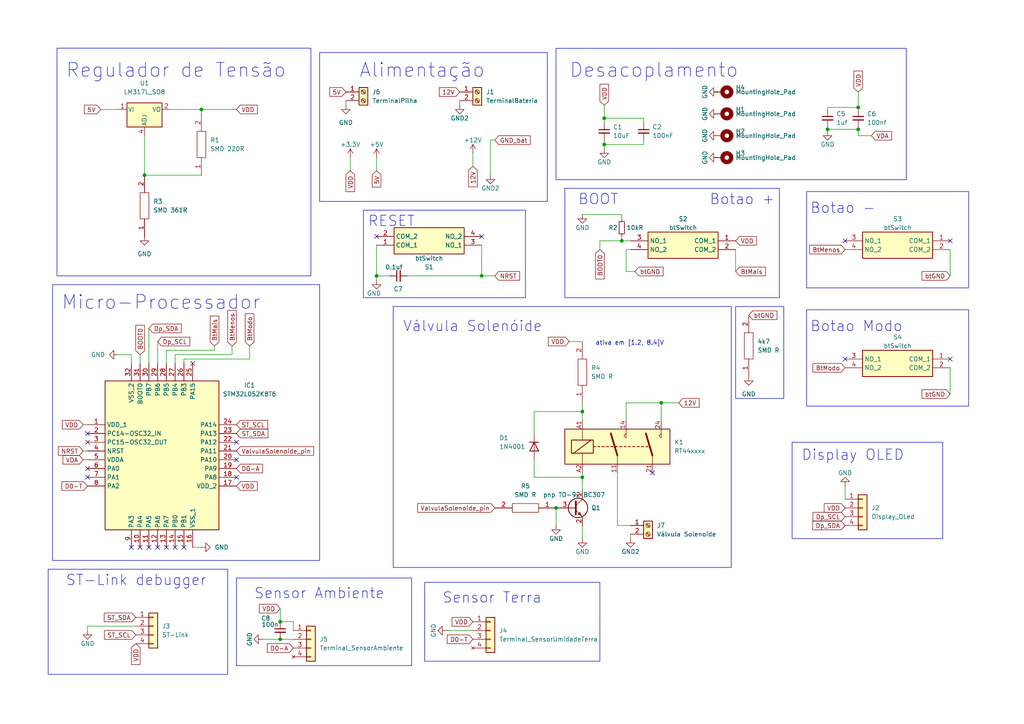
<source format=kicad_sch>
(kicad_sch (version 20230121) (generator eeschema)
  (paper "A4")
  (title_block (title "Irrigação Automatizada") (date "2023-06-26") (rev "V1.1"))
  (lib_symbols
    (symbol "+12V_1" (power) (pin_names (offset 0))
      (property "Value" "+12V_1" (at 0 3.556 0))
      (symbol "+12V_1_0_1"
        (polyline (pts (xy -0.762 1.27) (xy 0 2.54)))
        (polyline (pts (xy 0 0) (xy 0 2.54)))
        (polyline (pts (xy 0 2.54) (xy 0.762 1.27)))
      )
      (symbol "+12V_1_1_1"
        (pin power_in line (at 0 0 90) (length 0) hide (name "+12V") (number "1"))
      )
    )
    (symbol "+3.3V_2" (power) (pin_names (offset 0))
      (property "Value" "+3.3V_2" (at 0 3.556 0))
      (symbol "+3.3V_2_0_1"
        (polyline (pts (xy -0.762 1.27) (xy 0 2.54)))
        (polyline (pts (xy 0 0) (xy 0 2.54)))
        (polyline (pts (xy 0 2.54) (xy 0.762 1.27)))
      )
      (symbol "+3.3V_2_1_1"
        (pin power_in line (at 0 0 90) (length 0) hide (name "+3.3V") (number "1"))
      )
    )
    (symbol "+5V_1" (power) (pin_names (offset 0))
      (property "Value" "+5V_1" (at 0 3.556 0))
      (symbol "+5V_1_0_1"
        (polyline (pts (xy -0.762 1.27) (xy 0 2.54)))
        (polyline (pts (xy 0 0) (xy 0 2.54)))
        (polyline (pts (xy 0 2.54) (xy 0.762 1.27)))
      )
      (symbol "+5V_1_1_1"
        (pin power_in line (at 0 0 90) (length 0) hide (name "+5V") (number "1"))
      )
    )
    (symbol "CR0603-JW-221ELF:CR0603-JW-221ELF" (pin_names (offset 0.762))
      (property "Reference" "R" (at 13.97 6.35 0))
      (property "Value" "CR0603-JW-221ELF" (at 13.97 3.81 0))
      (symbol "CR0603-JW-221ELF_0_0"
        (pin passive line (at 0 0 0) (length 5.08) (name "~") (number "1"))
        (pin passive line (at 17.78 0 180) (length 5.08) (name "~") (number "2"))
      )
      (symbol "CR0603-JW-221ELF_0_1"
        (polyline (pts (xy 5.08 1.27) (xy 12.7 1.27) (xy 12.7 -1.27) (xy 5.08 -1.27) (xy 5.08 1.27)) (stroke (width 0.1524)))
      )
    )
    (symbol "Conn_01x04_1" (pin_names (offset 1.016) hide)
      (property "Reference" "J3" (at 2.54 0 0))
      (property "Value" "Display_OLed" (at 2.54 -2.54 0))
      (symbol "Conn_01x04_1_1_1"
        (rectangle (start -1.27 -4.953) (end 0 -5.207) (stroke (width 0.1524)))
        (rectangle (start -1.27 -2.413) (end 0 -2.667) (stroke (width 0.1524)))
        (rectangle (start -1.27 0.127) (end 0 -0.127) (stroke (width 0.1524)))
        (rectangle (start -1.27 2.667) (end 0 2.413) (stroke (width 0.1524)))
        (rectangle (start -1.27 3.81) (end 1.27 -6.35) (stroke (width 0.254)) (fill (type background)))
        (pin passive line (at -5.08 2.54 0) (length 3.81) (name "GND") (number "1"))
        (pin power_in line (at -5.08 0 0) (length 3.81) (name "VCC") (number "2"))
        (pin output line (at -5.08 -2.54 0) (length 3.81) (name "SCL") (number "3"))
        (pin bidirectional line (at -5.08 -5.08 0) (length 3.81) (name "SDA") (number "4"))
      )
    )
    (symbol "Conn_01x04_2" (pin_names (offset 1.016) hide)
      (property "Reference" "J2" (at 2.54 0 0))
      (property "Value" "Terminal_SensorUmidadeTerra" (at 2.54 -2.54 0))
      (symbol "Conn_01x04_2_1_1"
        (rectangle (start -1.27 -4.953) (end 0 -5.207) (stroke (width 0.1524)))
        (rectangle (start -1.27 -2.413) (end 0 -2.667) (stroke (width 0.1524)))
        (rectangle (start -1.27 0.127) (end 0 -0.127) (stroke (width 0.1524)))
        (rectangle (start -1.27 2.667) (end 0 2.413) (stroke (width 0.1524)))
        (rectangle (start -1.27 3.81) (end 1.27 -6.35) (stroke (width 0.254)) (fill (type background)))
        (pin power_in line (at -5.08 2.54 0) (length 3.81) (name "VCC") (number "1"))
        (pin passive line (at -5.08 0 0) (length 3.81) (name "GND") (number "2"))
        (pin input line (at -5.08 -2.54 0) (length 3.81) (name "D0") (number "3"))
        (pin no_connect line (at -5.08 -5.08 0) (length 3.81) (name "A0") (number "4"))
      )
    )
    (symbol "Connector:Screw_Terminal_01x02" (pin_names (offset 1.016) hide)
      (property "Reference" "J" (at 0 2.54 0))
      (property "Value" "Screw_Terminal_01x02" (at 0 -5.08 0))
      (symbol "Screw_Terminal_01x02_1_1"
        (rectangle (start -1.27 1.27) (end 1.27 -3.81) (stroke (width 0.254)) (fill (type background)))
        (circle (center 0 -2.54) (radius 0.635) (stroke (width 0.1524)))
        (polyline (pts (xy -0.5334 -2.2098) (xy 0.3302 -3.048)) (stroke (width 0.1524)))
        (polyline (pts (xy -0.5334 0.3302) (xy 0.3302 -0.508)) (stroke (width 0.1524)))
        (polyline (pts (xy -0.3556 -2.032) (xy 0.508 -2.8702)) (stroke (width 0.1524)))
        (polyline (pts (xy -0.3556 0.508) (xy 0.508 -0.3302)) (stroke (width 0.1524)))
        (circle (center 0 0) (radius 0.635) (stroke (width 0.1524)))
        (pin passive line (at -5.08 0 0) (length 3.81) (name "Pin_1") (number "1"))
        (pin passive line (at -5.08 -2.54 0) (length 3.81) (name "Pin_2") (number "2"))
      )
    )
    (symbol "ConnectorSensores:Conn_01x04" (pin_names (offset 1.016) hide)
      (property "Reference" "J4" (at 2.54 0 0))
      (property "Value" "Terminal_SensorAmbiente" (at 2.54 -2.54 0))
      (symbol "Conn_01x04_1_1"
        (rectangle (start -1.27 -4.953) (end 0 -5.207) (stroke (width 0.1524)))
        (rectangle (start -1.27 -2.413) (end 0 -2.667) (stroke (width 0.1524)))
        (rectangle (start -1.27 0.127) (end 0 -0.127) (stroke (width 0.1524)))
        (rectangle (start -1.27 2.667) (end 0 2.413) (stroke (width 0.1524)))
        (rectangle (start -1.27 3.81) (end 1.27 -6.35) (stroke (width 0.254)) (fill (type background)))
        (pin power_in line (at -5.08 2.54 0) (length 3.81) (name "VCC") (number "1"))
        (pin passive line (at -5.08 0 0) (length 3.81) (name "GND") (number "2"))
        (pin input line (at -5.08 -2.54 0) (length 3.81) (name "D0") (number "3"))
        (pin no_connect line (at -5.08 -5.08 0) (length 3.81) (name "A0") (number "4"))
      )
    )
    (symbol "Connector_Generic:Conn_01x04" (pin_names (offset 1.016) hide)
      (property "Reference" "J5" (at 2.54 0 0))
      (property "Value" "ST-Link" (at 2.54 -2.54 0))
      (symbol "Conn_01x04_1_1"
        (rectangle (start -1.27 -4.953) (end 0 -5.207) (stroke (width 0.1524)))
        (rectangle (start -1.27 -2.413) (end 0 -2.667) (stroke (width 0.1524)))
        (rectangle (start -1.27 0.127) (end 0 -0.127) (stroke (width 0.1524)))
        (rectangle (start -1.27 2.667) (end 0 2.413) (stroke (width 0.1524)))
        (rectangle (start -1.27 3.81) (end 1.27 -6.35) (stroke (width 0.254)) (fill (type background)))
        (pin bidirectional line (at -5.08 2.54 0) (length 3.81) (name "SWDIO") (number "1"))
        (pin passive line (at -5.08 0 0) (length 3.81) (name "GND") (number "2"))
        (pin output line (at -5.08 -2.54 0) (length 3.81) (name "SWCLK") (number "3"))
        (pin power_in line (at -5.08 -5.08 0) (length 3.81) (name "VCC") (number "4"))
      )
    )
    (symbol "Device:C_Small" (pin_numbers hide) (pin_names (offset 0.254) hide)
      (property "Reference" "C" (at 0.254 1.778 0))
      (property "Value" "C_Small" (at 0.254 -2.032 0))
      (symbol "C_Small_0_1"
        (polyline (pts (xy -1.524 -0.508) (xy 1.524 -0.508)) (stroke (width 0.3302)))
        (polyline (pts (xy -1.524 0.508) (xy 1.524 0.508)) (stroke (width 0.3048)))
      )
      (symbol "C_Small_1_1"
        (pin passive line (at 0 2.54 270) (length 2.032) (name "~") (number "1"))
        (pin passive line (at 0 -2.54 90) (length 2.032) (name "~") (number "2"))
      )
    )
    (symbol "Device:R_Small" (pin_numbers hide) (pin_names (offset 0.254) hide)
      (property "Reference" "R" (at 0.762 0.508 0))
      (property "Value" "R_Small" (at 0.762 -1.016 0))
      (symbol "R_Small_0_1"
        (rectangle (start -0.762 1.778) (end 0.762 -1.778) (stroke (width 0.2032)))
      )
      (symbol "R_Small_1_1"
        (pin passive line (at 0 2.54 270) (length 0.762) (name "~") (number "1"))
        (pin passive line (at 0 -2.54 90) (length 0.762) (name "~") (number "2"))
      )
    )
    (symbol "Diode:1N4001" (pin_numbers hide) (pin_names hide)
      (property "Reference" "D" (at 0 2.54 0))
      (property "Value" "1N4001" (at 0 -2.54 0))
      (symbol "1N4001_0_1"
        (polyline (pts (xy -1.27 1.27) (xy -1.27 -1.27)) (stroke (width 0.254)))
        (polyline (pts (xy 1.27 0) (xy -1.27 0)))
        (polyline (pts (xy 1.27 1.27) (xy 1.27 -1.27) (xy -1.27 0) (xy 1.27 1.27)) (stroke (width 0.254)))
      )
      (symbol "1N4001_1_1"
        (pin passive line (at -3.81 0 0) (length 2.54) (name "K") (number "1"))
        (pin passive line (at 3.81 0 180) (length 2.54) (name "A") (number "2"))
      )
    )
    (symbol "GND_1" (power) (pin_names (offset 0))
      (property "Value" "GND_1" (at 0 -3.81 0))
      (symbol "GND_1_0_1"
        (polyline (pts (xy 0 0) (xy 0 -1.27) (xy 1.27 -1.27) (xy 0 -2.54) (xy -1.27 -1.27) (xy 0 -1.27)))
      )
      (symbol "GND_1_1_1"
        (pin power_in line (at 0 0 270) (length 0) hide (name "GND") (number "1"))
      )
    )
    (symbol "GND_2" (power) (pin_names (offset 0))
      (property "Value" "GND_2" (at 0 -3.81 0))
      (symbol "GND_2_0_1"
        (polyline (pts (xy 0 0) (xy 0 -1.27) (xy 1.27 -1.27) (xy 0 -2.54) (xy -1.27 -1.27) (xy 0 -1.27)))
      )
      (symbol "GND_2_1_1"
        (pin power_in line (at 0 0 270) (length 0) hide (name "GND") (number "1"))
      )
    )
    (symbol "Mechanical:MountingHole_Pad" (pin_numbers hide) (pin_names (offset 1.016) hide)
      (property "Reference" "H" (at 0 6.35 0))
      (property "Value" "MountingHole_Pad" (at 0 4.445 0))
      (symbol "MountingHole_Pad_0_1"
        (circle (center 0 1.27) (radius 1.27) (stroke (width 1.27)))
      )
      (symbol "MountingHole_Pad_1_1"
        (pin input line (at 0 -2.54 90) (length 2.54) (name "1") (number "1"))
      )
    )
    (symbol "Regulator_Linear:LM317L_SO8" (pin_names (offset 0.254))
      (property "Reference" "U" (at -3.81 3.175 0))
      (property "Value" "LM317L_SO8" (at 0 3.175 0))
      (symbol "LM317L_SO8_0_1"
        (rectangle (start -5.08 1.905) (end 5.08 -5.08) (stroke (width 0.254)) (fill (type background)))
      )
      (symbol "LM317L_SO8_1_1"
        (pin power_in line (at -7.62 0 0) (length 2.54) (name "VI") (number "1"))
        (pin power_out line (at 7.62 0 180) (length 2.54) (name "VO") (number "2"))
        (pin passive line (at 7.62 0 180) (length 2.54) hide (name "VO") (number "3"))
        (pin input line (at 0 -7.62 90) (length 2.54) (name "ADJ") (number "4"))
        (pin no_connect line (at -7.62 -2.54 0) (length 2.54) hide (name "NC") (number "5"))
        (pin passive line (at 7.62 0 180) (length 2.54) hide (name "VO") (number "6"))
        (pin passive line (at 7.62 0 180) (length 2.54) hide (name "VO") (number "7"))
        (pin no_connect line (at 7.62 -2.54 180) (length 2.54) hide (name "NC") (number "8"))
      )
    )
    (symbol "Relay:RT44xxxx"
      (property "Reference" "K" (at 16.51 3.81 0))
      (property "Value" "RT44xxxx" (at 16.51 1.27 0))
      (symbol "RT44xxxx_0_1"
        (rectangle (start -15.24 5.08) (end 15.24 -5.08) (stroke (width 0.254)) (fill (type background)))
        (rectangle (start -13.335 1.905) (end -6.985 -1.905) (stroke (width 0.254)))
        (polyline (pts (xy -12.7 -1.905) (xy -7.62 1.905)) (stroke (width 0.254)))
        (polyline (pts (xy -10.16 -5.08) (xy -10.16 -1.905)))
        (polyline (pts (xy -10.16 5.08) (xy -10.16 1.905)))
        (polyline (pts (xy -6.985 0) (xy -6.35 0)) (stroke (width 0.254)))
        (polyline (pts (xy -5.715 0) (xy -5.08 0)) (stroke (width 0.254)))
        (polyline (pts (xy -4.445 0) (xy -3.81 0)) (stroke (width 0.254)))
        (polyline (pts (xy -3.175 0) (xy -2.54 0)) (stroke (width 0.254)))
        (polyline (pts (xy -1.905 0) (xy -1.27 0)) (stroke (width 0.254)))
        (polyline (pts (xy -0.635 0) (xy 0 0)) (stroke (width 0.254)))
        (polyline (pts (xy 0 -2.54) (xy -1.905 3.81)) (stroke (width 0.508)))
        (polyline (pts (xy 0 -2.54) (xy 0 -5.08)))
        (polyline (pts (xy 0.635 0) (xy 1.27 0)) (stroke (width 0.254)))
        (polyline (pts (xy 1.905 0) (xy 2.54 0)) (stroke (width 0.254)))
        (polyline (pts (xy 3.175 0) (xy 3.81 0)) (stroke (width 0.254)))
        (polyline (pts (xy 4.445 0) (xy 5.08 0)) (stroke (width 0.254)))
        (polyline (pts (xy 5.715 0) (xy 6.35 0)) (stroke (width 0.254)))
        (polyline (pts (xy 6.985 0) (xy 7.62 0)) (stroke (width 0.254)))
        (polyline (pts (xy 8.255 0) (xy 8.89 0)) (stroke (width 0.254)))
        (polyline (pts (xy 10.16 -2.54) (xy 8.255 3.81)) (stroke (width 0.508)))
        (polyline (pts (xy 10.16 -2.54) (xy 10.16 -5.08)))
        (polyline (pts (xy 2.54 5.08) (xy 2.54 2.54) (xy 1.905 3.175) (xy 2.54 3.81)))
        (polyline (pts (xy 12.7 5.08) (xy 12.7 2.54) (xy 12.065 3.175) (xy 12.7 3.81)))
      )
      (symbol "RT44xxxx_1_1"
        (pin passive line (at 0 -7.62 90) (length 2.54) (name "~") (number "11"))
        (pin passive line (at 2.54 7.62 270) (length 2.54) (name "~") (number "14"))
        (pin passive line (at 10.16 -7.62 90) (length 2.54) (name "~") (number "21"))
        (pin passive line (at 12.7 7.62 270) (length 2.54) (name "~") (number "24"))
        (pin passive line (at -10.16 7.62 270) (length 2.54) (name "~") (number "A1"))
        (pin passive line (at -10.16 -7.62 90) (length 2.54) (name "~") (number "A2"))
      )
    )
    (symbol "STM32L052K8T6:STM32L052K8T6"
      (property "Reference" "IC" (at 39.37 17.78 0))
      (property "Value" "STM32L052K8T6" (at 39.37 15.24 0))
      (symbol "STM32L052K8T6_1_1"
        (rectangle (start 5.08 12.7) (end 38.1 -30.48) (stroke (width 0.254)) (fill (type background)))
        (pin power_in line (at 0 0 0) (length 5.08) (name "VDD_1") (number "1"))
        (pin bidirectional line (at 15.24 -35.56 90) (length 5.08) (name "PA4") (number "10"))
        (pin bidirectional line (at 17.78 -35.56 90) (length 5.08) (name "PA5") (number "11"))
        (pin bidirectional line (at 20.32 -35.56 90) (length 5.08) (name "PA6") (number "12"))
        (pin bidirectional line (at 22.86 -35.56 90) (length 5.08) (name "PA7") (number "13"))
        (pin bidirectional line (at 25.4 -35.56 90) (length 5.08) (name "PB0") (number "14"))
        (pin bidirectional line (at 27.94 -35.56 90) (length 5.08) (name "PB1") (number "15"))
        (pin power_in line (at 30.48 -35.56 90) (length 5.08) (name "VSS_1") (number "16"))
        (pin power_in line (at 43.18 -17.78 180) (length 5.08) (name "VDD_2") (number "17"))
        (pin bidirectional line (at 43.18 -15.24 180) (length 5.08) (name "PA8") (number "18"))
        (pin bidirectional line (at 43.18 -12.7 180) (length 5.08) (name "PA9") (number "19"))
        (pin bidirectional line (at 0 -2.54 0) (length 5.08) (name "PC14-OSC32_IN") (number "2"))
        (pin bidirectional line (at 43.18 -10.16 180) (length 5.08) (name "PA10") (number "20"))
        (pin bidirectional line (at 43.18 -7.62 180) (length 5.08) (name "PA11") (number "21"))
        (pin bidirectional line (at 43.18 -5.08 180) (length 5.08) (name "PA12") (number "22"))
        (pin bidirectional line (at 43.18 -2.54 180) (length 5.08) (name "PA13") (number "23"))
        (pin bidirectional line (at 43.18 0 180) (length 5.08) (name "PA14") (number "24"))
        (pin bidirectional line (at 30.48 17.78 270) (length 5.08) (name "PA15") (number "25"))
        (pin bidirectional line (at 27.94 17.78 270) (length 5.08) (name "PB3") (number "26"))
        (pin bidirectional line (at 25.4 17.78 270) (length 5.08) (name "PB4") (number "27"))
        (pin bidirectional line (at 22.86 17.78 270) (length 5.08) (name "PB5") (number "28"))
        (pin bidirectional line (at 20.32 17.78 270) (length 5.08) (name "PB6") (number "29"))
        (pin bidirectional line (at 0 -5.08 0) (length 5.08) (name "PC15-OSC32_OUT") (number "3"))
        (pin bidirectional line (at 17.78 17.78 270) (length 5.08) (name "PB7") (number "30"))
        (pin input line (at 15.24 17.78 270) (length 5.08) (name "BOOT0") (number "31"))
        (pin power_in line (at 12.7 17.78 270) (length 5.08) (name "VSS_2") (number "32"))
        (pin bidirectional line (at 0 -7.62 0) (length 5.08) (name "NRST") (number "4"))
        (pin power_in line (at 0 -10.16 0) (length 5.08) (name "VDDA") (number "5"))
        (pin bidirectional line (at 0 -12.7 0) (length 5.08) (name "PA0") (number "6"))
        (pin bidirectional line (at 0 -15.24 0) (length 5.08) (name "PA1") (number "7"))
        (pin bidirectional line (at 0 -17.78 0) (length 5.08) (name "PA2") (number "8"))
        (pin bidirectional line (at 12.7 -35.56 90) (length 5.08) (name "PA3") (number "9"))
      )
    )
    (symbol "Transistor_BJT:BC240" (pin_names (offset 0) hide)
      (property "Reference" "Q" (at 5.08 1.905 0))
      (property "Value" "BC240" (at 5.08 0 0))
      (symbol "BC240_0_1"
        (polyline (pts (xy 0 0) (xy 0.635 0)))
        (polyline (pts (xy 0.635 0.635) (xy 2.54 2.54)))
        (polyline (pts (xy 0.635 -0.635) (xy 2.54 -2.54) (xy 2.54 -2.54)))
        (polyline (pts (xy 0.635 1.905) (xy 0.635 -1.905) (xy 0.635 -1.905)) (stroke (width 0.508)))
        (polyline (pts (xy 1.27 -1.778) (xy 1.778 -1.27) (xy 2.286 -2.286) (xy 1.27 -1.778) (xy 1.27 -1.778)) (fill (type outline)))
        (circle (center 1.27 0) (radius 2.8194) (stroke (width 0.254)))
      )
      (symbol "BC240_1_1"
        (pin passive line (at 2.54 5.08 270) (length 2.54) (name "C") (number "1"))
        (pin passive line (at 2.54 -5.08 90) (length 2.54) (name "E") (number "2"))
        (pin input line (at -5.08 0 0) (length 5.08) (name "B") (number "3"))
      )
    )
    (symbol "botao:3-1437565-0"
      (property "Reference" "S" (at 26.67 7.62 0))
      (property "Value" "3-1437565-0" (at 26.67 5.08 0))
      (symbol "3-1437565-0_1_1"
        (rectangle (start 5.08 2.54) (end 25.4 -5.08) (stroke (width 0.254)) (fill (type background)))
        (pin passive line (at 0 0 0) (length 5.08) (name "COM_1") (number "1"))
        (pin passive line (at 0 -2.54 0) (length 5.08) (name "COM_2") (number "2"))
        (pin passive line (at 30.48 0 180) (length 5.08) (name "NO_1") (number "3"))
        (pin passive line (at 30.48 -2.54 180) (length 5.08) (name "NO_2") (number "4"))
      )
    )
    (symbol "power:GND" (power) (pin_names (offset 0))
      (property "Value" "GND" (at 0 -3.81 0))
      (symbol "GND_0_1"
        (polyline (pts (xy 0 0) (xy 0 -1.27) (xy 1.27 -1.27) (xy 0 -2.54) (xy -1.27 -1.27) (xy 0 -1.27)))
      )
      (symbol "GND_1_1"
        (pin power_in line (at 0 0 270) (length 0) hide (name "GND") (number "1"))
      )
    )
    (symbol "power:GND2" (power) (pin_names (offset 0))
      (property "Value" "GND2" (at 0 -3.81 0))
      (symbol "GND2_0_1"
        (polyline (pts (xy 0 0) (xy 0 -1.27) (xy 1.27 -1.27) (xy 0 -2.54) (xy -1.27 -1.27) (xy 0 -1.27)))
      )
      (symbol "GND2_1_1"
        (pin power_in line (at 0 0 270) (length 0) hide (name "GND2") (number "1"))
      )
    )
  )
  (junction (at 248.92 37.5138))
  (junction (at 139.7 80.01))
  (junction (at 81.28 185.42))
  (junction (at 175.26 41.91))
  (junction (at 161.29 147.32))
  (junction (at 191.77 116.84))
  (junction (at 81.28 180.34))
  (junction (at 240.03 37.5138))
  (junction (at 175.26 34.29))
  (junction (at 109.22 80.01))
  (junction (at 168.91 138.43))
  (junction (at 41.91 50.8))
  (junction (at 168.91 119.38))
  (junction (at 180.34 69.85))
  (junction (at 248.92 31.1638))
  (junction (at 58.42 31.75))
  (no_connect (at 139.7 68.58))
  (no_connect (at 275.59 69.85))
  (no_connect (at 38.1 158.75))
  (no_connect (at 245.11 104.14))
  (no_connect (at 245.11 69.85))
  (no_connect (at 109.22 68.58))
  (no_connect (at 189.23 137.16))
  (no_connect (at 43.18 158.75))
  (no_connect (at 68.58 128.27))
  (no_connect (at 68.58 133.35))
  (no_connect (at 25.4 135.89))
  (no_connect (at 48.26 158.75))
  (no_connect (at 25.4 128.27))
  (no_connect (at 45.72 158.75))
  (no_connect (at 68.58 138.43))
  (no_connect (at 53.34 158.75))
  (no_connect (at 275.59 104.14))
  (no_connect (at 50.8 158.75))
  (no_connect (at 25.4 138.43))
  (no_connect (at 55.88 105.41))
  (no_connect (at 40.64 158.75))
  (no_connect (at 25.4 125.73))
  (wire (pts (xy 240.03 31.75) (xy 240.03 31.1638)))
  (wire (pts (xy 81.28 180.34) (xy 85.09 180.34)))
  (wire (pts (xy 109.22 80.01) (xy 113.03 80.01)))
  (wire (pts (xy 182.88 152.4) (xy 179.07 152.4)))
  (wire (pts (xy 43.18 95.25) (xy 43.18 105.41)))
  (wire (pts (xy 49.53 31.75) (xy 58.42 31.75)))
  (wire (pts (xy 50.8 102.87) (xy 67.31 102.87)))
  (wire (pts (xy 58.42 31.75) (xy 68.58 31.75)))
  (wire (pts (xy 168.91 119.38) (xy 168.91 116.84)))
  (wire (pts (xy 248.92 26.67) (xy 248.92 31.1638)))
  (wire (pts (xy 275.59 72.39) (xy 275.59 80.01)))
  (wire (pts (xy 179.07 152.4) (xy 179.07 137.16)))
  (wire (pts (xy 40.64 105.41) (xy 40.64 102.87)))
  (wire (pts (xy 180.34 62.23) (xy 168.91 62.23)))
  (wire (pts (xy 118.11 80.01) (xy 139.7 80.01)))
  (wire (pts (xy 41.91 39.37) (xy 41.91 50.8)))
  (wire (pts (xy 72.39 100.33) (xy 72.39 104.14)))
  (wire (pts (xy 161.29 147.32) (xy 161.29 152.4)))
  (wire (pts (xy 154.94 125.73) (xy 154.94 119.38)))
  (wire (pts (xy 248.92 31.75) (xy 248.92 31.1638)))
  (wire (pts (xy 168.91 121.92) (xy 168.91 119.38)))
  (wire (pts (xy 175.26 34.29) (xy 175.26 35.56)))
  (wire (pts (xy 208.28 39.37) (xy 207.01 39.37)))
  (wire (pts (xy 25.4 181.61) (xy 39.37 181.61)))
  (wire (pts (xy 181.61 116.84) (xy 181.61 121.92)))
  (wire (pts (xy 48.26 101.6) (xy 62.23 101.6)))
  (wire (pts (xy 154.94 133.35) (xy 154.94 138.43)))
  (wire (pts (xy 182.88 72.39) (xy 181.61 72.39)))
  (wire (pts (xy 41.91 50.8) (xy 58.42 50.8)))
  (wire (pts (xy 173.99 69.85) (xy 180.34 69.85)))
  (wire (pts (xy 245.11 144.78) (xy 245.11 140.97)))
  (wire (pts (xy 34.29 102.87) (xy 38.1 102.87)))
  (wire (pts (xy 191.77 116.84) (xy 196.85 116.84)))
  (wire (pts (xy 175.26 43.18) (xy 175.26 41.91)))
  (wire (pts (xy 50.8 105.41) (xy 50.8 102.87)))
  (wire (pts (xy 173.99 69.85) (xy 173.99 72.39)))
  (wire (pts (xy 25.4 182.88) (xy 25.4 181.61)))
  (wire (pts (xy 252.73 39.37) (xy 248.92 39.37)))
  (wire (pts (xy 182.88 156.21) (xy 182.88 154.94)))
  (wire (pts (xy 181.61 78.74) (xy 184.15 78.74)))
  (wire (pts (xy 100.33 30.48) (xy 100.33 29.21)))
  (wire (pts (xy 154.94 119.38) (xy 168.91 119.38)))
  (wire (pts (xy 175.26 30.48) (xy 175.26 34.29)))
  (wire (pts (xy 154.94 138.43) (xy 168.91 138.43)))
  (wire (pts (xy 213.36 72.39) (xy 213.36 78.74)))
  (wire (pts (xy 180.34 69.85) (xy 180.34 68.58)))
  (wire (pts (xy 29.21 31.75) (xy 34.29 31.75)))
  (wire (pts (xy 175.26 34.29) (xy 186.69 34.29)))
  (wire (pts (xy 67.31 100.33) (xy 67.31 102.87)))
  (wire (pts (xy 168.91 138.43) (xy 168.91 142.24)))
  (wire (pts (xy 24.13 123.19) (xy 25.4 123.19)))
  (wire (pts (xy 81.28 176.53) (xy 81.28 180.34)))
  (wire (pts (xy 143.51 80.01) (xy 139.7 80.01)))
  (wire (pts (xy 129.54 182.88) (xy 137.16 182.88)))
  (wire (pts (xy 53.34 105.41) (xy 53.34 104.14)))
  (wire (pts (xy 168.91 152.4) (xy 168.91 156.21)))
  (wire (pts (xy 240.03 37.5138) (xy 240.03 36.83)))
  (wire (pts (xy 139.7 80.01) (xy 139.7 71.12)))
  (wire (pts (xy 38.1 102.87) (xy 38.1 105.41)))
  (wire (pts (xy 45.72 99.06) (xy 45.72 105.41)))
  (wire (pts (xy 240.03 31.1638) (xy 248.92 31.1638)))
  (wire (pts (xy 240.03 37.5138) (xy 248.92 37.5138)))
  (wire (pts (xy 133.35 30.48) (xy 133.35 29.21)))
  (wire (pts (xy 109.22 81.28) (xy 109.22 80.01)))
  (wire (pts (xy 24.13 130.81) (xy 25.4 130.81)))
  (wire (pts (xy 58.42 33.02) (xy 58.42 31.75)))
  (wire (pts (xy 143.51 40.64) (xy 142.24 40.64)))
  (wire (pts (xy 208.28 26.67) (xy 207.01 26.67)))
  (wire (pts (xy 240.03 38.1) (xy 240.03 37.5138)))
  (wire (pts (xy 109.22 80.01) (xy 109.22 71.12)))
  (wire (pts (xy 208.28 45.72) (xy 207.01 45.72)))
  (wire (pts (xy 48.26 105.41) (xy 48.26 101.6)))
  (wire (pts (xy 168.91 138.43) (xy 168.91 137.16)))
  (wire (pts (xy 81.28 185.42) (xy 85.09 185.42)))
  (wire (pts (xy 58.42 158.75) (xy 55.88 158.75)))
  (wire (pts (xy 85.09 180.34) (xy 85.09 182.88)))
  (wire (pts (xy 191.77 121.92) (xy 191.77 116.84)))
  (wire (pts (xy 181.61 116.84) (xy 191.77 116.84)))
  (wire (pts (xy 180.34 63.5) (xy 180.34 62.23)))
  (wire (pts (xy 109.22 45.72) (xy 109.22 49.53)))
  (wire (pts (xy 53.34 104.14) (xy 72.39 104.14)))
  (wire (pts (xy 175.26 40.64) (xy 175.26 41.91)))
  (wire (pts (xy 101.6 45.72) (xy 101.6 49.53)))
  (wire (pts (xy 181.61 72.39) (xy 181.61 78.74)))
  (wire (pts (xy 186.69 40.64) (xy 186.69 41.91)))
  (wire (pts (xy 248.92 36.83) (xy 248.92 37.5138)))
  (wire (pts (xy 248.92 37.5138) (xy 248.92 39.37)))
  (wire (pts (xy 25.4 133.35) (xy 24.13 133.35)))
  (wire (pts (xy 62.23 100.33) (xy 62.23 101.6)))
  (wire (pts (xy 76.2 185.42) (xy 81.28 185.42)))
  (wire (pts (xy 142.24 40.64) (xy 142.24 50.8)))
  (wire (pts (xy 165.1 99.06) (xy 168.91 99.06)))
  (wire (pts (xy 208.28 33.02) (xy 207.01 33.02)))
  (wire (pts (xy 137.16 48.26) (xy 137.16 44.45)))
  (wire (pts (xy 175.26 41.91) (xy 186.69 41.91)))
  (wire (pts (xy 275.59 106.68) (xy 275.59 114.3)))
  (wire (pts (xy 186.69 34.29) (xy 186.69 35.56)))
  (wire (pts (xy 180.34 69.85) (xy 182.88 69.85)))
  (rectangle (start 105.41 60.96) (end 152.4 86.36))
  (rectangle (start 92.71 15.24) (end 158.75 58.42))
  (rectangle (start 15.24 82.55) (end 92.71 162.56))
  (rectangle (start 161.2551 14.0188) (end 262.8551 52.1188))
  (rectangle (start 16.51 13.97) (end 90.17 80.01))
  (rectangle (start 123.19 168.91) (end 173.99 191.77))
  (rectangle (start 68.58 167.64) (end 119.38 193.04))
  (rectangle (start 233.9469 55.5596) (end 280.9369 83.4996))
  (rectangle (start 229.743 128.27) (end 273.431 156.21))
  (rectangle (start 114.046 88.9) (end 212.09 164.592))
  (rectangle (start 233.9469 89.8496) (end 280.9369 117.7896))
  (rectangle (start 13.97 165.1) (end 66.04 195.58))
  (rectangle (start 213.36 88.9) (end 227.33 115.57))
  (rectangle (start 163.83 54.61) (end 226.06 86.36))
  (text "Display OLED\n" (at 232.41 133.858 0) (effects (font (size 3 3)) (justify left bottom)))
  (text "Regulador de Tensão" (at 19.05 22.86 0) (effects (font (size 4 4)) (justify left bottom)))
  (text "ST-Link debugger" (at 19.05 170.18 0) (effects (font (size 3 3)) (justify left bottom)))
  (text "Botao -" (at 234.95 62.23 0) (effects (font (size 3 3)) (justify left bottom)))
  (text "Desacoplamento" (at 165.1 22.86 0) (effects (font (size 4 4)) (justify left bottom)))
  (text "BOOT" (at 167.64 59.69 0) (effects (font (size 3 3)) (justify left bottom)))
  (text "Sensor Terra\n" (at 128.27 175.26 0) (effects (font (size 3 3)) (justify left bottom)))
  (text "Botao +" (at 205.74 59.69 0) (effects (font (size 3 3)) (justify left bottom)))
  (text "Válvula Solenóide" (at 116.84 96.52 0) (effects (font (size 3 3)) (justify left bottom)))
  (text "ativa em [1.2, 8.4]V" (at 172.72 100.33 0) (effects (font (size 1.27 1.27)) (justify left bottom)))
  (text "Micro-Processador" (at 17.78 90.17 0) (effects (font (size 4 4)) (justify left bottom)))
  (text "RESET\n" (at 106.68 66.04 0) (effects (font (size 3 3)) (justify left bottom)))
  (text "Sensor Ambiente\n" (at 73.66 173.99 0) (effects (font (size 3 3)) (justify left bottom)))
  (text "Botao Modo" (at 234.95 96.52 0) (effects (font (size 3 3)) (justify left bottom)))
  (text "Alimentação" (at 104.14 22.86 0) (effects (font (size 4 4)) (justify left bottom)))
  (global_label "Dp_SDA" (shape input) (at 43.18 95.25 0) (property "Intersheetrefs" "${INTERSHEET_REFS}" (effects hide)))
  (global_label "VDD" (shape input) (at 213.36 69.85 0) (property "Intersheetrefs" "${INTERSHEET_REFS}" (effects hide)))
  (global_label "ST_SDA" (shape input) (at 39.37 179.07 180) (property "Intersheetrefs" "${INTERSHEET_REFS}" (effects hide)))
  (global_label "D0-A" (shape input) (at 85.09 187.96 180) (property "Intersheetrefs" "${INTERSHEET_REFS}" (effects hide)))
  (global_label "VDD" (shape input) (at 101.6 49.53 270) (property "Intersheetrefs" "${INTERSHEET_REFS}" (effects hide)))
  (global_label "BtModo" (shape input) (at 72.39 100.33 90) (property "Intersheetrefs" "${INTERSHEET_REFS}" (effects hide)))
  (global_label "VDD" (shape input) (at 81.28 176.53 180) (property "Intersheetrefs" "${INTERSHEET_REFS}" (effects hide)))
  (global_label "VDD" (shape input) (at 245.11 147.32 180) (property "Intersheetrefs" "${INTERSHEET_REFS}" (effects hide)))
  (global_label "VDD" (shape input) (at 39.37 186.69 270) (property "Intersheetrefs" "${INTERSHEET_REFS}" (effects hide)))
  (global_label "BOOT0" (shape input) (at 173.99 72.39 270) (property "Intersheetrefs" "${INTERSHEET_REFS}" (effects hide)))
  (global_label "VDA" (shape input) (at 252.73 39.37 0) (property "Intersheetrefs" "${INTERSHEET_REFS}" (effects hide)))
  (global_label "5V" (shape input) (at 29.21 31.75 180) (property "Intersheetrefs" "${INTERSHEET_REFS}" (effects hide)))
  (global_label "btGND" (shape input) (at 275.59 114.3 180) (property "Intersheetrefs" "${INTERSHEET_REFS}" (effects hide)))
  (global_label "VDD" (shape input) (at 248.92 26.67 90) (property "Intersheetrefs" "${INTERSHEET_REFS}" (effects hide)))
  (global_label "5V" (shape input) (at 100.33 26.67 180) (property "Intersheetrefs" "${INTERSHEET_REFS}" (effects hide)))
  (global_label "VDD" (shape input) (at 24.13 123.19 180) (property "Intersheetrefs" "${INTERSHEET_REFS}" (effects hide)))
  (global_label "5V" (shape input) (at 109.22 49.53 270) (property "Intersheetrefs" "${INTERSHEET_REFS}" (effects hide)))
  (global_label "D0-A" (shape input) (at 68.58 135.89 0) (property "Intersheetrefs" "${INTERSHEET_REFS}" (effects hide)))
  (global_label "12V" (shape input) (at 133.35 26.67 180) (property "Intersheetrefs" "${INTERSHEET_REFS}" (effects hide)))
  (global_label "VDD" (shape input) (at 137.16 180.34 180) (property "Intersheetrefs" "${INTERSHEET_REFS}" (effects hide)))
  (global_label "D0-T" (shape input) (at 137.16 185.42 180) (property "Intersheetrefs" "${INTERSHEET_REFS}" (effects hide)))
  (global_label "BtMais" (shape input) (at 213.36 78.74 0) (property "Intersheetrefs" "${INTERSHEET_REFS}" (effects hide)))
  (global_label "VDA" (shape input) (at 24.13 133.35 180) (property "Intersheetrefs" "${INTERSHEET_REFS}" (effects hide)))
  (global_label "GND_bat" (shape input) (at 143.51 40.64 0) (property "Intersheetrefs" "${INTERSHEET_REFS}" (effects hide)))
  (global_label "Dp_SDA" (shape input) (at 245.11 152.4 180) (property "Intersheetrefs" "${INTERSHEET_REFS}" (effects hide)))
  (global_label "VDD" (shape input) (at 68.58 140.97 0) (property "Intersheetrefs" "${INTERSHEET_REFS}" (effects hide)))
  (global_label "BtMenos" (shape input) (at 67.31 100.33 90) (property "Intersheetrefs" "${INTERSHEET_REFS}" (effects hide)))
  (global_label "NRST" (shape input) (at 24.13 130.81 180) (property "Intersheetrefs" "${INTERSHEET_REFS}" (effects hide)))
  (global_label "btGND" (shape input) (at 184.15 78.74 0) (property "Intersheetrefs" "${INTERSHEET_REFS}" (effects hide)))
  (global_label "BtMais" (shape input) (at 62.23 100.33 90) (property "Intersheetrefs" "${INTERSHEET_REFS}" (effects hide)))
  (global_label "BOOT0" (shape input) (at 40.64 102.87 90) (property "Intersheetrefs" "${INTERSHEET_REFS}" (effects hide)))
  (global_label "BtMenos" (shape input) (at 245.11 72.39 180) (property "Intersheetrefs" "${INTERSHEET_REFS}" (effects hide)))
  (global_label "ST_SCL" (shape input) (at 39.37 184.15 180) (property "Intersheetrefs" "${INTERSHEET_REFS}" (effects hide)))
  (global_label "btGND" (shape input) (at 217.17 91.44 0) (property "Intersheetrefs" "${INTERSHEET_REFS}" (effects hide)))
  (global_label "12V" (shape input) (at 196.85 116.84 0) (property "Intersheetrefs" "${INTERSHEET_REFS}" (effects hide)))
  (global_label "ST_SCL" (shape input) (at 68.58 123.19 0) (property "Intersheetrefs" "${INTERSHEET_REFS}" (effects hide)))
  (global_label "ValvulaSolenoide_pin" (shape input) (at 143.51 147.32 180) (property "Intersheetrefs" "${INTERSHEET_REFS}" (effects hide)))
  (global_label "VDD" (shape input) (at 68.58 31.75 0) (property "Intersheetrefs" "${INTERSHEET_REFS}" (effects hide)))
  (global_label "BtModo" (shape input) (at 245.11 106.68 180) (property "Intersheetrefs" "${INTERSHEET_REFS}" (effects hide)))
  (global_label "Dp_SCL" (shape input) (at 45.72 99.06 0) (property "Intersheetrefs" "${INTERSHEET_REFS}" (effects hide)))
  (global_label "VDD" (shape input) (at 165.1 99.06 180) (property "Intersheetrefs" "${INTERSHEET_REFS}" (effects hide)))
  (global_label "NRST" (shape input) (at 143.51 80.01 0) (property "Intersheetrefs" "${INTERSHEET_REFS}" (effects hide)))
  (global_label "VDD" (shape input) (at 175.26 30.48 90) (property "Intersheetrefs" "${INTERSHEET_REFS}" (effects hide)))
  (global_label "D0-T" (shape input) (at 25.4 140.97 180) (property "Intersheetrefs" "${INTERSHEET_REFS}" (effects hide)))
  (global_label "ValvulaSolenoide_pin" (shape input) (at 68.58 130.81 0) (property "Intersheetrefs" "${INTERSHEET_REFS}" (effects hide)))
  (global_label "btGND" (shape input) (at 275.59 80.01 180) (property "Intersheetrefs" "${INTERSHEET_REFS}" (effects hide)))
  (global_label "Dp_SCL" (shape input) (at 245.11 149.86 180) (property "Intersheetrefs" "${INTERSHEET_REFS}" (effects hide)))
  (global_label "ST_SDA" (shape input) (at 68.58 125.73 0) (property "Intersheetrefs" "${INTERSHEET_REFS}" (effects hide)))
  (global_label "12V" (shape input) (at 137.16 48.26 270) (property "Intersheetrefs" "${INTERSHEET_REFS}" (effects hide)))
  (symbol (lib_id "power:GND") (at 161.29 152.4 0) (unit 1)
    (property "Reference" "#PWR018" (effects hide))
    (property "Value" "GND" (at 161.29 156.21 0))
  )
  (symbol (lib_id "Device:C_Small") (at 115.57 80.01 90) (unit 1)
    (property "Reference" "C7" (at 116.84 83.82 90) (effects (justify left)))
    (property "Value" "0.1uf" (at 116.84 77.47 90) (effects (justify left)))
    (property "Footprint" "Capacitor_SMD:C_0805_2012Metric" (effects hide))
    (property "LCSC Part #" "C15195" (effects hide))
  )
  (symbol (lib_id "Relay:RT44xxxx") (at 179.07 129.54 0) (unit 1)
    (property "Reference" "K1" (at 195.58 128.27 0) (effects (justify left)))
    (property "Value" "RT44xxxx" (at 195.58 130.81 0) (effects (justify left)))
    (property "Footprint" "Relay_THT:Relay_DPST_Schrack-RT2-FormA_RM5mm" (effects hide))
    (property "Datasheet" "http://www.te.com/commerce/DocumentDelivery/DDEController?Action=showdoc&DocId=Data+Sheet%7FRT2%7F1014%7Fpdf%7FEnglish%7FENG_DS_RT2_1014.pdf%7F6-1393243-3" (effects hide))
  )
  (symbol (lib_id "Connector:Screw_Terminal_01x02") (at 138.43 26.67 0) (unit 1)
    (property "Reference" "J1" (at 140.97 26.67 0) (effects (justify left)))
    (property "Value" "TerminalBateria" (at 140.97 29.21 0) (effects (justify left)))
    (property "Footprint" "TerminalBlock_Phoenix:TerminalBlock_Phoenix_PT-1,5-2-3.5-H_1x02_P3.50mm_Horizontal" (effects hide))
  )
  (symbol (lib_id "Connector:Screw_Terminal_01x02") (at 105.41 26.67 0) (unit 1)
    (property "Reference" "J6" (at 107.95 26.67 0) (effects (justify left)))
    (property "Value" "TerminalPilha" (at 107.95 29.21 0) (effects (justify left)))
    (property "Footprint" "TerminalBlock_Phoenix:TerminalBlock_Phoenix_PT-1,5-2-3.5-H_1x02_P3.50mm_Horizontal" (effects hide))
  )
  (symbol (lib_id "Device:C_Small") (at 81.28 182.88 0) (unit 1)
    (property "Reference" "C8" (at 75.7207 179.3543 0) (effects (justify left)))
    (property "Value" "100n" (at 75.8356 181.1309 0) (effects (justify left)))
    (property "Footprint" "Capacitor_SMD:C_0805_2012Metric" (effects hide))
    (property "LCSC Part #" "C1525" (effects hide))
  )
  (symbol (lib_id "power:GND") (at 208.28 39.37 270) (unit 1)
    (property "Reference" "#PWR025" (effects hide))
    (property "Value" "GND" (at 204.47 39.37 0))
  )
  (symbol (lib_name "Conn_01x04_2") (lib_id "ConnectorSensores:Conn_01x04") (at 142.24 182.88 0) (unit 1)
    (property "Reference" "J4" (at 144.78 182.88 0) (effects (justify left)))
    (property "Value" "Terminal_SensorUmidadeTerra" (at 144.78 185.42 0) (effects (justify left)))
    (property "Footprint" "Connector_Molex:Molex_PicoBlade_53048-0410_1x04_P1.25mm_Horizontal" (effects hide))
  )
  (symbol (lib_id "Transistor_BJT:BC240") (at 166.37 147.32 0) (unit 1)
    (property "Reference" "Q1" (at 171.45 147.32 0) (effects (justify left)))
    (property "Value" "pnp TO-92 BC307" (at 157.48 143.51 0) (effects (justify left)))
    (property "Footprint" "Package_TO_SOT_THT:TO-92_Inline" (effects hide))
    (property "Datasheet" "https://www.onsemi.com/pub/Collateral/BF420-D.PDF" (effects hide))
    (property "Sim.Device" "PJFET" (effects hide))
    (property "Sim.Type" "SHICHMANHODGES" (effects hide))
    (property "Sim.Pins" "1=D 2=G 3=S" (effects hide))
    (property "Height" "9.59" (effects hide))
    (property "Manufacturer_Name" "onsemi" (effects hide))
    (property "Manufacturer_Part_Number" "NTD4858N-35G" (effects hide))
    (property "Mouser Part Number" "863-NTD4858N-35G" (effects hide))
    (property "Mouser Price/Stock" "https://www.mouser.co.uk/ProductDetail/ON-Semiconductor/NTD4858N-35G?qs=t2BMfLoP1KToQIN0Enz8Jw%3D%3D" (effects hide))
    (property "Arrow Part Number" "NTD4858N-35G" (effects hide))
    (property "Arrow Price/Stock" "https://www.arrow.com/en/products/ntd4858n-35g/on-semiconductor?region=nac" (effects hide))
  )
  (symbol (lib_id "Regulator_Linear:LM317L_SO8") (at 41.91 31.75 0) (unit 1)
    (property "Reference" "U1" (at 41.91 24.13 0))
    (property "Value" "LM317L_SO8" (at 41.91 26.67 0))
    (property "Footprint" "Package_SO:SOIC-8_3.9x4.9mm_P1.27mm" (effects hide))
    (property "Datasheet" "http://www.ti.com/lit/ds/snvs775k/snvs775k.pdf" (effects hide))
  )
  (symbol (lib_id "CR0603-JW-221ELF:CR0603-JW-221ELF") (at 168.91 116.84 90) (unit 1)
    (property "Reference" "R4" (at 171.45 106.68 90) (effects (justify right)))
    (property "Value" "SMD R" (at 171.45 109.22 90) (effects (justify right)))
    (property "Footprint" "Resistor_SMD:R_0805_2012Metric_Pad1.20x1.40mm_HandSolder" (effects hide))
    (property "Datasheet" "https://www.bourns.com/pdfs/chpreztr.pdf" (effects hide))
    (property "Description" "Thick Film Resistors - SMD 220 OHM 5%" (effects hide))
    (property "Height" "0.55" (effects hide))
    (property "Manufacturer_Name" "Bourns" (effects hide))
    (property "Manufacturer_Part_Number" "CR0603-JW-221ELF" (effects hide))
    (property "Mouser Part Number" "652-CR0603-JW-221ELF" (effects hide))
    (property "Mouser Price/Stock" "https://www.mouser.co.uk/ProductDetail/Bourns/CR0603-JW-221ELF?qs=fHUSiUi5wE16cUpGEfmz2w%3D%3D" (effects hide))
    (property "Arrow Part Number" "CR0603-JW-221ELF" (effects hide))
    (property "Arrow Price/Stock" "https://www.arrow.com/en/products/cr0603-jw-221elf/bourns" (effects hide))
  )
  (symbol (lib_name "GND_1") (lib_id "power:GND") (at 100.33 30.48 0) (unit 1)
    (property "Reference" "#PWR05" (effects hide))
    (property "Value" "GND" (at 100.33 35.56 0))
  )
  (symbol (lib_id "power:GND") (at 175.26 43.18 0) (unit 1)
    (property "Reference" "#PWR03" (effects hide))
    (property "Value" "GND" (at 175.26 46.99 0))
  )
  (symbol (lib_id "power:GND") (at 208.28 45.72 270) (unit 1)
    (property "Reference" "#PWR026" (effects hide))
    (property "Value" "GND" (at 204.47 45.72 0))
  )
  (symbol (lib_id "CR0603-JW-221ELF:CR0603-JW-221ELF") (at 217.17 109.22 90) (unit 1)
    (property "Reference" "4k7" (at 219.71 99.06 90) (effects (justify right)))
    (property "Value" "SMD R" (at 219.71 101.6 90) (effects (justify right)))
    (property "Footprint" "Resistor_SMD:R_0805_2012Metric_Pad1.20x1.40mm_HandSolder" (effects hide))
    (property "Datasheet" "https://www.bourns.com/pdfs/chpreztr.pdf" (effects hide))
    (property "Description" "Thick Film Resistors - SMD 220 OHM 5%" (effects hide))
    (property "Height" "0.55" (effects hide))
    (property "Manufacturer_Name" "Bourns" (effects hide))
    (property "Manufacturer_Part_Number" "CR0603-JW-221ELF" (effects hide))
    (property "Mouser Part Number" "652-CR0603-JW-221ELF" (effects hide))
    (property "Mouser Price/Stock" "https://www.mouser.co.uk/ProductDetail/Bourns/CR0603-JW-221ELF?qs=fHUSiUi5wE16cUpGEfmz2w%3D%3D" (effects hide))
    (property "Arrow Part Number" "CR0603-JW-221ELF" (effects hide))
    (property "Arrow Price/Stock" "https://www.arrow.com/en/products/cr0603-jw-221elf/bourns" (effects hide))
  )
  (symbol (lib_id "Mechanical:MountingHole_Pad") (at 209.55 26.67 270) (unit 1)
    (property "Reference" "H4" (at 213.36 25.4 90) (effects (justify left)))
    (property "Value" "MountingHole_Pad" (at 213.36 26.67 90) (effects (justify left)))
    (property "Footprint" "MountingHole:MountingHole_4.3mm_M4_Pad_Via" (effects hide))
  )
  (symbol (lib_name "Conn_01x04_1") (lib_id "Connector_Generic:Conn_01x04") (at 250.19 147.32 0) (unit 1)
    (property "Reference" "J2" (at 252.73 147.32 0) (effects (justify left)))
    (property "Value" "Display_OLed" (at 252.73 149.86 0) (effects (justify left)))
    (property "Footprint" "Connector_Molex:Molex_PicoBlade_53048-0410_1x04_P1.25mm_Horizontal" (effects hide))
  )
  (symbol (lib_id "botao:3-1437565-0") (at 213.36 69.85 0) (mirror y) (unit 1)
    (property "Reference" "S2" (at 198.12 63.5 0))
    (property "Value" "btSwitch" (at 198.12 66.04 0))
    (property "Footprint" "Button_Switch_SMD:Panasonic_EVQPUK_EVQPUB" (effects hide))
    (property "Datasheet" "https://www.te.com/commerce/DocumentDelivery/DDEController?Action=showdoc&DocId=Customer+Drawing%7F2-1437565-7%7FV%7Fpdf%7FEnglish%7FENG_CD_2-1437565-7_V.pdf%7F3-1437565-0" (effects hide))
    (property "Height" "4.39" (effects hide))
    (property "Manufacturer_Name" "TE Connectivity" (effects hide))
    (property "Manufacturer_Part_Number" "3-1437565-0" (effects hide))
    (property "Mouser Part Number" "506-3-1437565-0" (effects hide))
    (property "Mouser Price/Stock" "https://www.mouser.co.uk/ProductDetail/TE-Connectivity-PB/3-1437565-0?qs=%2FwXgF%2FfIho%2FDAgSy8ONeew%3D%3D" (effects hide))
    (property "Arrow Part Number" "3-1437565-0" (effects hide))
    (property "Arrow Price/Stock" "https://www.arrow.com/en/products/3-1437565-0/te-connectivity?region=europe" (effects hide))
  )
  (symbol (lib_id "power:GND") (at 245.11 140.97 180) (unit 1)
    (property "Reference" "#PWR017" (effects hide))
    (property "Value" "GND" (at 245.11 137.16 0))
  )
  (symbol (lib_id "power:GND2") (at 142.24 50.8 0) (unit 1)
    (property "Reference" "#PWR09" (effects hide))
    (property "Value" "GND2" (at 142.24 54.61 0))
  )
  (symbol (lib_id "power:GND") (at 41.91 68.58 0) (unit 1)
    (property "Reference" "#PWR011" (effects hide))
    (property "Value" "GND" (at 41.91 73.66 0))
  )
  (symbol (lib_id "Diode:1N4001") (at 154.94 129.54 270) (unit 1)
    (property "Reference" "D1" (at 144.78 127 90) (effects (justify left)))
    (property "Value" "1N4001" (at 144.78 129.54 90) (effects (justify left)))
    (property "Footprint" "Diode_THT:D_DO-41_SOD81_P10.16mm_Horizontal" (effects hide))
    (property "Datasheet" "http://www.vishay.com/docs/88503/1n4001.pdf" (effects hide))
    (property "Sim.Device" "D" (effects hide))
    (property "Sim.Pins" "1=K 2=A" (effects hide))
  )
  (symbol (lib_id "Mechanical:MountingHole_Pad") (at 209.55 33.02 270) (unit 1)
    (property "Reference" "H1" (at 213.36 31.75 90) (effects (justify left)))
    (property "Value" "MountingHole_Pad" (at 213.36 33.02 90) (effects (justify left)))
    (property "Footprint" "MountingHole:MountingHole_4.3mm_M4_Pad_Via" (effects hide))
  )
  (symbol (lib_id "Connector:Screw_Terminal_01x02") (at 187.96 152.4 0) (unit 1)
    (property "Reference" "J7" (at 190.5 152.4 0) (effects (justify left)))
    (property "Value" "Válvula Solenoide" (at 190.5 154.94 0) (effects (justify left)))
    (property "Footprint" "TerminalBlock_Phoenix:TerminalBlock_Phoenix_PT-1,5-2-3.5-H_1x02_P3.50mm_Horizontal" (effects hide))
  )
  (symbol (lib_id "Device:C_Small") (at 240.03 34.29 0) (unit 1)
    (property "Reference" "C5" (at 242.57 33.02 0) (effects (justify left)))
    (property "Value" "1uf" (at 242.57 35.56 0) (effects (justify left)))
    (property "Footprint" "Capacitor_SMD:C_0805_2012Metric" (effects hide))
    (property "LCSC Part #" "C52923" (effects hide))
  )
  (symbol (lib_id "power:GND") (at 208.28 26.67 270) (unit 1)
    (property "Reference" "#PWR013" (effects hide))
    (property "Value" "GND" (at 204.47 26.67 0))
  )
  (symbol (lib_id "power:GND") (at 25.4 182.88 0) (unit 1)
    (property "Reference" "#PWR022" (effects hide))
    (property "Value" "GND" (at 25.4 186.69 0))
  )
  (symbol (lib_id "CR0603-JW-221ELF:CR0603-JW-221ELF") (at 41.91 68.58 90) (unit 1)
    (property "Reference" "R3" (at 44.45 58.42 90) (effects (justify right)))
    (property "Value" "SMD 361R" (at 44.45 60.96 90) (effects (justify right)))
    (property "Footprint" "Resistor_SMD:R_0805_2012Metric_Pad1.20x1.40mm_HandSolder" (effects hide))
    (property "Datasheet" "https://www.bourns.com/pdfs/chpreztr.pdf" (effects hide))
    (property "Description" "Thick Film Resistors - SMD 220 OHM 5%" (effects hide))
    (property "Height" "0.55" (effects hide))
    (property "Manufacturer_Name" "Bourns" (effects hide))
    (property "Manufacturer_Part_Number" "CR0603-JW-221ELF" (effects hide))
    (property "Mouser Part Number" "652-CR0603-JW-221ELF" (effects hide))
    (property "Mouser Price/Stock" "https://www.mouser.co.uk/ProductDetail/Bourns/CR0603-JW-221ELF?qs=fHUSiUi5wE16cUpGEfmz2w%3D%3D" (effects hide))
    (property "Arrow Part Number" "CR0603-JW-221ELF" (effects hide))
    (property "Arrow Price/Stock" "https://www.arrow.com/en/products/cr0603-jw-221elf/bourns" (effects hide))
  )
  (symbol (lib_id "power:GND") (at 168.91 62.23 0) (unit 1)
    (property "Reference" "#PWR010" (effects hide))
    (property "Value" "GND" (at 168.91 66.04 0))
  )
  (symbol (lib_id "power:GND") (at 109.22 81.28 0) (unit 1)
    (property "Reference" "#PWR014" (effects hide))
    (property "Value" "GND" (at 110.49 85.09 0) (effects (justify right)))
  )
  (symbol (lib_name "GND_2") (lib_id "power:GND") (at 217.17 109.22 0) (unit 1)
    (property "Reference" "#PWR027" (effects hide))
    (property "Value" "GND" (at 217.17 114.3 0))
  )
  (symbol (lib_id "botao:3-1437565-0") (at 275.59 69.85 0) (mirror y) (unit 1)
    (property "Reference" "S3" (at 260.35 63.5 0))
    (property "Value" "btSwitch" (at 260.35 66.04 0))
    (property "Footprint" "Button_Switch_SMD:Panasonic_EVQPUK_EVQPUB" (effects hide))
    (property "Datasheet" "https://www.te.com/commerce/DocumentDelivery/DDEController?Action=showdoc&DocId=Customer+Drawing%7F2-1437565-7%7FV%7Fpdf%7FEnglish%7FENG_CD_2-1437565-7_V.pdf%7F3-1437565-0" (effects hide))
    (property "Height" "4.39" (effects hide))
    (property "Manufacturer_Name" "TE Connectivity" (effects hide))
    (property "Manufacturer_Part_Number" "3-1437565-0" (effects hide))
    (property "Mouser Part Number" "506-3-1437565-0" (effects hide))
    (property "Mouser Price/Stock" "https://www.mouser.co.uk/ProductDetail/TE-Connectivity-PB/3-1437565-0?qs=%2FwXgF%2FfIho%2FDAgSy8ONeew%3D%3D" (effects hide))
    (property "Arrow Part Number" "3-1437565-0" (effects hide))
    (property "Arrow Price/Stock" "https://www.arrow.com/en/products/3-1437565-0/te-connectivity?region=europe" (effects hide))
  )
  (symbol (lib_name "+3.3V_2") (lib_id "power:+3.3V") (at 101.6 45.72 0) (unit 1)
    (property "Reference" "#PWR04" (effects hide))
    (property "Value" "+3.3V" (at 101.6 41.91 0))
  )
  (symbol (lib_id "power:GND") (at 76.2 185.42 270) (unit 1)
    (property "Reference" "#PWR024" (effects hide))
    (property "Value" "GND" (at 72.39 185.42 0))
  )
  (symbol (lib_id "STM32L052K8T6:STM32L052K8T6") (at 25.4 123.19 0) (unit 1)
    (property "Reference" "IC1" (at 72.39 111.76 0))
    (property "Value" "STM32L052K8T6" (at 72.39 114.3 0))
    (property "Footprint" "Package_QFP:LQFP-32_7x7mm_P0.8mm" (effects hide))
    (property "Datasheet" "https://mouser.componentsearchengine.com/Datasheets/1/STM32L052K8T6.pdf" (effects hide))
    (property "Description" "ARM Microcontrollers - MCU Ultra-low power ARM Cortex-M0+ MCU with 64-Kbyte Flash, 32 MHz CPU, USB" (effects hide))
    (property "Height" "1.6" (effects hide))
    (property "Manufacturer_Name" "STMicroelectronics" (effects hide))
    (property "Manufacturer_Part_Number" "STM32L052K8T6" (effects hide))
    (property "Mouser Part Number" "511-STM32L052K8T6" (effects hide))
    (property "Mouser Price/Stock" "https://www.mouser.co.uk/ProductDetail/STMicroelectronics/STM32L052K8T6?qs=DqCdCwOw4%2F7bLOyPbGT9mw%3D%3D" (effects hide))
    (property "Arrow Part Number" "STM32L052K8T6" (effects hide))
    (property "Arrow Price/Stock" "https://www.arrow.com/en/products/stm32l052k8t6/stmicroelectronics?region=nac" (effects hide))
  )
  (symbol (lib_id "Device:C_Small") (at 175.26 38.1 0) (unit 1)
    (property "Reference" "C1" (at 177.8 36.83 0) (effects (justify left)))
    (property "Value" "10uF" (at 177.8 39.37 0) (effects (justify left)))
    (property "Footprint" "Capacitor_SMD:C_0805_2012Metric" (effects hide))
    (property "LCSC Part #" "C19666" (effects hide))
  )
  (symbol (lib_id "Device:C_Small") (at 186.69 38.1 0) (unit 1)
    (property "Reference" "C2" (at 189.23 36.83 0) (effects (justify left)))
    (property "Value" "100nF" (at 189.23 39.37 0) (effects (justify left)))
    (property "Footprint" "Capacitor_SMD:C_0805_2012Metric" (effects hide))
    (property "LCSC Part #" "C1525" (effects hide))
  )
  (symbol (lib_id "power:GND") (at 58.42 158.75 90) (unit 1)
    (property "Reference" "#PWR021" (effects hide))
    (property "Value" "GND" (at 62.23 158.75 90) (effects (justify right)))
  )
  (symbol (lib_id "ConnectorSensores:Conn_01x04") (at 90.17 185.42 0) (unit 1)
    (property "Reference" "J5" (at 92.71 185.42 0) (effects (justify left)))
    (property "Value" "Terminal_SensorAmbiente" (at 92.71 187.96 0) (effects (justify left)))
    (property "Footprint" "Connector_Molex:Molex_PicoBlade_53048-0410_1x04_P1.25mm_Horizontal" (effects hide))
  )
  (symbol (lib_id "CR0603-JW-221ELF:CR0603-JW-221ELF") (at 161.29 147.32 180) (unit 1)
    (property "Reference" "R5" (at 152.4 140.97 0))
    (property "Value" "SMD R" (at 152.4 143.51 0))
    (property "Footprint" "Resistor_SMD:R_0805_2012Metric_Pad1.20x1.40mm_HandSolder" (effects hide))
    (property "Datasheet" "https://www.bourns.com/pdfs/chpreztr.pdf" (effects hide))
    (property "Description" "Thick Film Resistors - SMD 220 OHM 5%" (effects hide))
    (property "Height" "0.55" (effects hide))
    (property "Manufacturer_Name" "Bourns" (effects hide))
    (property "Manufacturer_Part_Number" "CR0603-JW-221ELF" (effects hide))
    (property "Mouser Part Number" "652-CR0603-JW-221ELF" (effects hide))
    (property "Mouser Price/Stock" "https://www.mouser.co.uk/ProductDetail/Bourns/CR0603-JW-221ELF?qs=fHUSiUi5wE16cUpGEfmz2w%3D%3D" (effects hide))
    (property "Arrow Part Number" "CR0603-JW-221ELF" (effects hide))
    (property "Arrow Price/Stock" "https://www.arrow.com/en/products/cr0603-jw-221elf/bourns" (effects hide))
  )
  (symbol (lib_id "Connector_Generic:Conn_01x04") (at 44.45 181.61 0) (unit 1)
    (property "Reference" "J3" (at 46.99 181.61 0) (effects (justify left)))
    (property "Value" "ST-Link" (at 46.99 184.15 0) (effects (justify left)))
    (property "Footprint" "Connector_Molex:Molex_PicoBlade_53048-0410_1x04_P1.25mm_Horizontal" (effects hide))
  )
  (symbol (lib_id "botao:3-1437565-0") (at 109.22 71.12 0) (mirror x) (unit 1)
    (property "Reference" "S1" (at 124.46 77.47 0))
    (property "Value" "btSwitch" (at 124.46 74.93 0))
    (property "Footprint" "Button_Switch_SMD:Panasonic_EVQPUK_EVQPUB" (effects hide))
    (property "Datasheet" "https://www.te.com/commerce/DocumentDelivery/DDEController?Action=showdoc&DocId=Customer+Drawing%7F2-1437565-7%7FV%7Fpdf%7FEnglish%7FENG_CD_2-1437565-7_V.pdf%7F3-1437565-0" (effects hide))
    (property "Height" "4.39" (effects hide))
    (property "Manufacturer_Name" "TE Connectivity" (effects hide))
    (property "Manufacturer_Part_Number" "3-1437565-0" (effects hide))
    (property "Mouser Part Number" "506-3-1437565-0" (effects hide))
    (property "Mouser Price/Stock" "https://www.mouser.co.uk/ProductDetail/TE-Connectivity-PB/3-1437565-0?qs=%2FwXgF%2FfIho%2FDAgSy8ONeew%3D%3D" (effects hide))
    (property "Arrow Part Number" "3-1437565-0" (effects hide))
    (property "Arrow Price/Stock" "https://www.arrow.com/en/products/3-1437565-0/te-connectivity?region=europe" (effects hide))
  )
  (symbol (lib_id "botao:3-1437565-0") (at 275.59 104.14 0) (mirror y) (unit 1)
    (property "Reference" "S4" (at 260.35 97.79 0))
    (property "Value" "btSwitch" (at 260.35 100.33 0))
    (property "Footprint" "Button_Switch_SMD:Panasonic_EVQPUK_EVQPUB" (effects hide))
    (property "Datasheet" "https://www.te.com/commerce/DocumentDelivery/DDEController?Action=showdoc&DocId=Customer+Drawing%7F2-1437565-7%7FV%7Fpdf%7FEnglish%7FENG_CD_2-1437565-7_V.pdf%7F3-1437565-0" (effects hide))
    (property "Height" "4.39" (effects hide))
    (property "Manufacturer_Name" "TE Connectivity" (effects hide))
    (property "Manufacturer_Part_Number" "3-1437565-0" (effects hide))
    (property "Mouser Part Number" "506-3-1437565-0" (effects hide))
    (property "Mouser Price/Stock" "https://www.mouser.co.uk/ProductDetail/TE-Connectivity-PB/3-1437565-0?qs=%2FwXgF%2FfIho%2FDAgSy8ONeew%3D%3D" (effects hide))
    (property "Arrow Part Number" "3-1437565-0" (effects hide))
    (property "Arrow Price/Stock" "https://www.arrow.com/en/products/3-1437565-0/te-connectivity?region=europe" (effects hide))
  )
  (symbol (lib_id "Mechanical:MountingHole_Pad") (at 209.55 45.72 270) (unit 1)
    (property "Reference" "H3" (at 213.36 44.45 90) (effects (justify left)))
    (property "Value" "MountingHole_Pad" (at 213.36 45.72 90) (effects (justify left)))
    (property "Footprint" "MountingHole:MountingHole_4.3mm_M4_Pad_Via" (effects hide))
  )
  (symbol (lib_id "power:GND") (at 129.54 182.88 270) (unit 1)
    (property "Reference" "#PWR023" (effects hide))
    (property "Value" "GND" (at 125.73 182.88 0))
  )
  (symbol (lib_id "power:GND2") (at 133.35 30.48 0) (unit 1)
    (property "Reference" "#PWR02" (effects hide))
    (property "Value" "GND2" (at 133.35 34.29 0))
  )
  (symbol (lib_name "+12V_1") (lib_id "power:+12V") (at 137.16 44.45 0) (unit 1)
    (property "Reference" "#PWR07" (effects hide))
    (property "Value" "+12V" (at 137.16 40.64 0))
  )
  (symbol (lib_id "power:GND") (at 208.28 33.02 270) (unit 1)
    (property "Reference" "#PWR01" (effects hide))
    (property "Value" "GND" (at 204.47 33.02 0))
  )
  (symbol (lib_id "Device:R_Small") (at 180.34 66.04 0) (mirror x) (unit 1)
    (property "Reference" "R2" (at 177.8 66.04 0))
    (property "Value" "10kR" (at 184.15 66.04 0))
    (property "Footprint" "Resistor_SMD:R_0805_2012Metric_Pad1.20x1.40mm_HandSolder" (effects hide))
    (property "LCSC Part #" "C25744" (effects hide))
  )
  (symbol (lib_id "power:GND") (at 168.91 156.21 0) (unit 1)
    (property "Reference" "#PWR019" (effects hide))
    (property "Value" "GND" (at 168.91 160.02 0))
  )
  (symbol (lib_id "Device:C_Small") (at 248.92 34.29 0) (unit 1)
    (property "Reference" "C6" (at 251.46 33.02 0) (effects (justify left)))
    (property "Value" "100nf" (at 251.46 35.56 0) (effects (justify left)))
    (property "Footprint" "Capacitor_SMD:C_0805_2012Metric" (effects hide))
    (property "LCSC Part #" "C15195" (effects hide))
  )
  (symbol (lib_id "power:GND2") (at 182.88 156.21 0) (unit 1)
    (property "Reference" "#PWR012" (effects hide))
    (property "Value" "GND2" (at 182.88 160.02 0))
  )
  (symbol (lib_id "CR0603-JW-221ELF:CR0603-JW-221ELF") (at 58.42 50.8 90) (unit 1)
    (property "Reference" "R1" (at 60.96 40.64 90) (effects (justify right)))
    (property "Value" "SMD 220R" (at 60.96 43.18 90) (effects (justify right)))
    (property "Footprint" "Resistor_SMD:R_0805_2012Metric_Pad1.20x1.40mm_HandSolder" (effects hide))
    (property "Datasheet" "https://www.bourns.com/pdfs/chpreztr.pdf" (effects hide))
    (property "Description" "Thick Film Resistors - SMD 220 OHM 5%" (effects hide))
    (property "Height" "0.55" (effects hide))
    (property "Manufacturer_Name" "Bourns" (effects hide))
    (property "Manufacturer_Part_Number" "CR0603-JW-221ELF" (effects hide))
    (property "Mouser Part Number" "652-CR0603-JW-221ELF" (effects hide))
    (property "Mouser Price/Stock" "https://www.mouser.co.uk/ProductDetail/Bourns/CR0603-JW-221ELF?qs=fHUSiUi5wE16cUpGEfmz2w%3D%3D" (effects hide))
    (property "Arrow Part Number" "CR0603-JW-221ELF" (effects hide))
    (property "Arrow Price/Stock" "https://www.arrow.com/en/products/cr0603-jw-221elf/bourns" (effects hide))
  )
  (symbol (lib_id "power:GND") (at 240.03 38.1 0) (unit 1)
    (property "Reference" "#PWR08" (effects hide))
    (property "Value" "GND" (at 240.03 41.91 0))
  )
  (symbol (lib_id "power:GND") (at 34.29 102.87 270) (unit 1)
    (property "Reference" "#PWR015" (effects hide))
    (property "Value" "GND" (at 30.48 102.87 90) (effects (justify right)))
  )
  (symbol (lib_name "+5V_1") (lib_id "power:+5V") (at 109.22 45.72 0) (unit 1)
    (property "Reference" "#PWR06" (effects hide))
    (property "Value" "+5V" (at 109.22 41.91 0))
  )
  (symbol (lib_id "Mechanical:MountingHole_Pad") (at 209.55 39.37 270) (unit 1)
    (property "Reference" "H2" (at 213.36 38.1 90) (effects (justify left)))
    (property "Value" "MountingHole_Pad" (at 213.36 39.37 90) (effects (justify left)))
    (property "Footprint" "MountingHole:MountingHole_4.3mm_M4_Pad_Via" (effects hide))
  )
)
</source>
